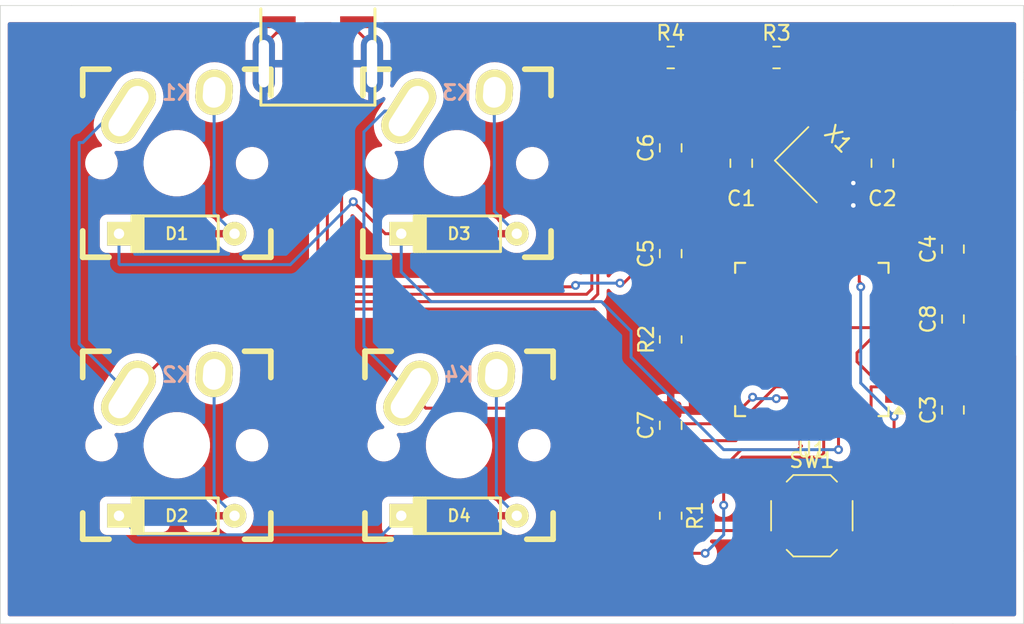
<source format=kicad_pcb>
(kicad_pcb (version 20240108) (generator "pcbnew") (generator_version "8.0")
  (layers (0 "F.Cu" signal) (31 "B.Cu" signal) (34 "B.Paste" user) (35 "F.Paste" user) (36 "B.SilkS" user "B.Silkscreen") (37 "F.SilkS" user "F.Silkscreen") (38 "B.Mask" user) (39 "F.Mask" user) (44 "Edge.Cuts" user))
  (net 0 "")
  (net 1 "Net-(U1-XTAL1)")
  (net 2 "GND")
  (net 3 "Net-(U1-XTAL2)")
  (net 4 "Net-(U1-UCap)")
  (net 5 "Net-(D1-A)")
  (net 6 "Net-(D2-A)")
  (net 7 "Net-(D3-A)")
  (net 8 "Net-(D4-A)")
  (net 10 "Net-(J1-D+)")
  (net 11 "Net-(J1-D-)")
  (net 12 "Net-(U1-~{RESET})")
  (net 13 "VCC")
  (net 14 "Net-(U1-~{HWB{slash}PE2})")
  (net 15 "Net-(U1-D-)")
  (net 16 "Net-(U1-D+)")
  (net 21 "row0")
  (net 23 "row1")
  (net 28 "col0")
  (net 32 "col1")
  (footprint "Capacitor_SMD:C_0805_2012Metric_Pad1.18x1.45mm_HandSolder" (layer "F.Cu") (at 66.675 74.85625 90)
    (property "Reference" "C7" (at 0 -1.68 270) (layer "F.SilkS"))
    (property "Value" "4.7u")
    (fp_line (start -0.261252 -0.735) (end 0.261252 -0.735) (stroke (width 0.12)) (layer "F.SilkS"))
    (fp_line (start -0.261252 0.735) (end 0.261252 0.735) (stroke (width 0.12)) (layer "F.SilkS"))
    (pad "1" smd roundrect (at -1.0375 0 90) (size 1.175 1.45) (layers "F.Cu" "F.Paste" "F.Mask") (roundrect_rratio 0.212766) (net 13 "VCC"))
    (pad "2" smd roundrect (at 1.0375 0 90) (size 1.175 1.45) (layers "F.Cu" "F.Paste" "F.Mask") (roundrect_rratio 0.212766) (net 2 "GND"))
  )
  (footprint "Package_QFP:TQFP-44_10x10mm_P0.8mm" (layer "F.Cu") (at 76.2 69.05625 180)
    (property "Reference" "U1" (at 0 -7.45 180) (layer "F.SilkS"))
    (property "Value" "ATMEGA32U4")
    (fp_line (start 5.175 5.175) (end 5.175 4.5) (stroke (width 0.15)) (layer "F.SilkS"))
    (fp_line (start 5.175 5.175) (end 4.5 5.175) (stroke (width 0.15)) (layer "F.SilkS"))
    (fp_line (start 5.175 -5.175) (end 5.175 -4.5) (stroke (width 0.15)) (layer "F.SilkS"))
    (fp_line (start 5.175 -5.175) (end 4.5 -5.175) (stroke (width 0.15)) (layer "F.SilkS"))
    (fp_line (start -5.175 5.175) (end -4.5 5.175) (stroke (width 0.15)) (layer "F.SilkS"))
    (fp_line (start -5.175 5.175) (end -5.175 4.5) (stroke (width 0.15)) (layer "F.SilkS"))
    (fp_line (start -5.175 -5.175) (end -4.5 -5.175) (stroke (width 0.15)) (layer "F.SilkS"))
    (fp_line (start -5.175 -5.175) (end -5.175 -4.56) (stroke (width 0.15)) (layer "F.SilkS"))
    (fp_poly (pts (xy -5.86 -4.54) (xy -6.2 -5.01) (xy -5.52 -5.01) (xy -5.86 -4.54)) (stroke (width 0.12)) (fill solid) (layer "F.SilkS"))
    (pad "1" smd rect (at -5.7 -4 180) (size 1.5 0.55) (layers "F.Cu" "F.Paste" "F.Mask"))
    (pad "2" smd rect (at -5.7 -3.2 180) (size 1.5 0.55) (layers "F.Cu" "F.Paste" "F.Mask") (net 13 "VCC"))
    (pad "3" smd rect (at -5.7 -2.4 180) (size 1.5 0.55) (layers "F.Cu" "F.Paste" "F.Mask") (net 15 "Net-(U1-D-)"))
    (pad "4" smd rect (at -5.7 -1.6 180) (size 1.5 0.55) (layers "F.Cu" "F.Paste" "F.Mask") (net 16 "Net-(U1-D+)"))
    (pad "5" smd rect (at -5.7 -0.8 180) (size 1.5 0.55) (layers "F.Cu" "F.Paste" "F.Mask") (net 2 "GND"))
    (pad "6" smd rect (at -5.7 0 180) (size 1.5 0.55) (layers "F.Cu" "F.Paste" "F.Mask") (net 4 "Net-(U1-UCap)"))
    (pad "7" smd rect (at -5.7 0.8 180) (size 1.5 0.55) (layers "F.Cu" "F.Paste" "F.Mask") (net 13 "VCC"))
    (pad "8" smd rect (at -5.7 1.6 180) (size 1.5 0.55) (layers "F.Cu" "F.Paste" "F.Mask"))
    (pad "9" smd rect (at -5.7 2.4 180) (size 1.5 0.55) (layers "F.Cu" "F.Paste" "F.Mask"))
    (pad "10" smd rect (at -5.7 3.2 180) (size 1.5 0.55) (layers "F.Cu" "F.Paste" "F.Mask"))
    (pad "11" smd rect (at -5.7 4 180) (size 1.5 0.55) (layers "F.Cu" "F.Paste" "F.Mask"))
    (pad "12" smd rect (at -4 5.7 270) (size 1.5 0.55) (layers "F.Cu" "F.Paste" "F.Mask"))
    (pad "13" smd rect (at -3.2 5.7 270) (size 1.5 0.55) (layers "F.Cu" "F.Paste" "F.Mask") (net 12 "Net-(U1-~{RESET})"))
    (pad "14" smd rect (at -2.4 5.7 270) (size 1.5 0.55) (layers "F.Cu" "F.Paste" "F.Mask") (net 13 "VCC"))
    (pad "15" smd rect (at -1.6 5.7 270) (size 1.5 0.55) (layers "F.Cu" "F.Paste" "F.Mask") (net 2 "GND"))
    (pad "16" smd rect (at -0.8 5.7 270) (size 1.5 0.55) (layers "F.Cu" "F.Paste" "F.Mask") (net 1 "Net-(U1-XTAL1)"))
    (pad "17" smd rect (at 0 5.7 270) (size 1.5 0.55) (layers "F.Cu" "F.Paste" "F.Mask") (net 3 "Net-(U1-XTAL2)"))
    (pad "18" smd rect (at 0.8 5.7 270) (size 1.5 0.55) (layers "F.Cu" "F.Paste" "F.Mask"))
    (pad "19" smd rect (at 1.6 5.7 270) (size 1.5 0.55) (layers "F.Cu" "F.Paste" "F.Mask"))
    (pad "20" smd rect (at 2.4 5.7 270) (size 1.5 0.55) (layers "F.Cu" "F.Paste" "F.Mask"))
    (pad "21" smd rect (at 3.2 5.7 270) (size 1.5 0.55) (layers "F.Cu" "F.Paste" "F.Mask"))
    (pad "22" smd rect (at 4 5.7 270) (size 1.5 0.55) (layers "F.Cu" "F.Paste" "F.Mask"))
    (pad "23" smd rect (at 5.7 4 180) (size 1.5 0.55) (layers "F.Cu" "F.Paste" "F.Mask") (net 2 "GND"))
    (pad "24" smd rect (at 5.7 3.2 180) (size 1.5 0.55) (layers "F.Cu" "F.Paste" "F.Mask") (net 13 "VCC"))
    (pad "25" smd rect (at 5.7 2.4 180) (size 1.5 0.55) (layers "F.Cu" "F.Paste" "F.Mask"))
    (pad "26" smd rect (at 5.7 1.6 180) (size 1.5 0.55) (layers "F.Cu" "F.Paste" "F.Mask"))
    (pad "27" smd rect (at 5.7 0.8 180) (size 1.5 0.55) (layers "F.Cu" "F.Paste" "F.Mask"))
    (pad "28" smd rect (at 5.7 0 180) (size 1.5 0.55) (layers "F.Cu" "F.Paste" "F.Mask"))
    (pad "29" smd rect (at 5.7 -0.8 180) (size 1.5 0.55) (layers "F.Cu" "F.Paste" "F.Mask"))
    (pad "30" smd rect (at 5.7 -1.6 180) (size 1.5 0.55) (layers "F.Cu" "F.Paste" "F.Mask"))
    (pad "31" smd rect (at 5.7 -2.4 180) (size 1.5 0.55) (layers "F.Cu" "F.Paste" "F.Mask"))
    (pad "32" smd rect (at 5.7 -3.2 180) (size 1.5 0.55) (layers "F.Cu" "F.Paste" "F.Mask"))
    (pad "33" smd rect (at 5.7 -4 180) (size 1.5 0.55) (layers "F.Cu" "F.Paste" "F.Mask") (net 14 "Net-(U1-~{HWB{slash}PE2})"))
    (pad "34" smd rect (at 4 -5.7 270) (size 1.5 0.55) (layers "F.Cu" "F.Paste" "F.Mask") (net 13 "VCC"))
    (pad "35" smd rect (at 3.2 -5.7 270) (size 1.5 0.55) (layers "F.Cu" "F.Paste" "F.Mask") (net 2 "GND"))
    (pad "36" smd rect (at 2.4 -5.7 270) (size 1.5 0.55) (layers "F.Cu" "F.Paste" "F.Mask"))
    (pad "37" smd rect (at 1.6 -5.7 270) (size 1.5 0.55) (layers "F.Cu" "F.Paste" "F.Mask"))
    (pad "38" smd rect (at 0.8 -5.7 270) (size 1.5 0.55) (layers "F.Cu" "F.Paste" "F.Mask") (net 32 "col1"))
    (pad "39" smd rect (at 0 -5.7 270) (size 1.5 0.55) (layers "F.Cu" "F.Paste" "F.Mask") (net 28 "col0"))
    (pad "40" smd rect (at -0.8 -5.7 270) (size 1.5 0.55) (layers "F.Cu" "F.Paste" "F.Mask") (net 23 "row1"))
    (pad "41" smd rect (at -1.6 -5.7 270) (size 1.5 0.55) (layers "F.Cu" "F.Paste" "F.Mask") (net 21 "row0"))
    (pad "42" smd rect (at -2.4 -5.7 270) (size 1.5 0.55) (layers "F.Cu" "F.Paste" "F.Mask"))
    (pad "43" smd rect (at -3.2 -5.7 270) (size 1.5 0.55) (layers "F.Cu" "F.Paste" "F.Mask") (net 2 "GND"))
    (pad "44" smd rect (at -4 -5.7 270) (size 1.5 0.55) (layers "F.Cu" "F.Paste" "F.Mask") (net 13 "VCC"))
  )
  (footprint "Capacitor_SMD:C_0805_2012Metric_Pad1.18x1.45mm_HandSolder" (layer "F.Cu") (at 66.675 56.1125 90)
    (property "Reference" "C6" (at 0 -1.68 270) (layer "F.SilkS"))
    (property "Value" "0.1u")
    (fp_line (start -0.261252 -0.735) (end 0.261252 -0.735) (stroke (width 0.12)) (layer "F.SilkS"))
    (fp_line (start -0.261252 0.735) (end 0.261252 0.735) (stroke (width 0.12)) (layer "F.SilkS"))
    (pad "1" smd roundrect (at -1.0375 0 90) (size 1.175 1.45) (layers "F.Cu" "F.Paste" "F.Mask") (roundrect_rratio 0.212766) (net 13 "VCC"))
    (pad "2" smd roundrect (at 1.0375 0 90) (size 1.175 1.45) (layers "F.Cu" "F.Paste" "F.Mask") (roundrect_rratio 0.212766) (net 2 "GND"))
  )
  (footprint "keyboard_parts:USB_miniB_hirose_5S8" (layer "F.Cu") (at 42.8625 52.825 180)
    (property "Reference" "J1" (hide yes))
    (property "Value" "USB_mini_micro_B" (hide yes))
    (fp_line (start 3.85 -0.4) (end 3.85 6.1) (stroke (width 0.2)) (layer "F.SilkS"))
    (fp_line (start -3.85 -0.4) (end 3.85 -0.4) (stroke (width 0.2)) (layer "F.SilkS"))
    (fp_line (start -3.85 -0.4) (end -3.85 6.1) (stroke (width 0.2)) (layer "F.SilkS"))
    (pad "1" smd rect (at -1.6 0 180) (size 0.5 1.4) (layers "F.Cu" "F.Paste" "F.Mask") (net 13 "VCC"))
    (pad "2" smd rect (at -0.8 0 180) (size 0.5 1.4) (layers "F.Cu" "F.Paste" "F.Mask") (net 11 "Net-(J1-D-)"))
    (pad "3" smd rect (at 0 0 180) (size 0.5 1.4) (layers "F.Cu" "F.Paste" "F.Mask") (net 10 "Net-(J1-D+)"))
    (pad "4" smd rect (at 0.8 0 180) (size 0.5 1.4) (layers "F.Cu" "F.Paste" "F.Mask"))
    (pad "5" smd rect (at 1.6 0 180) (size 0.5 1.4) (layers "F.Cu" "F.Paste" "F.Mask") (net 2 "GND"))
    (pad "6" thru_hole oval (at -3.65 2.4 180) (size 1.5 4) (drill oval 0.7 3.2) (layers "*.Cu" "*.Mask" "F.Paste") (net 2 "GND"))
    (pad "6" smd rect (at -2.675 5.2 180) (size 2.35 0.8) (layers "F.Cu" "F.Paste" "F.Mask") (net 2 "GND"))
    (pad "6" smd rect (at 2.675 5.2 180) (size 2.35 0.8) (layers "F.Cu" "F.Paste" "F.Mask") (net 2 "GND"))
    (pad "6" thru_hole oval (at 3.65 2.4 180) (size 1.5 4) (drill oval 0.7 3.2) (layers "*.Cu" "*.Mask" "F.Paste") (net 2 "GND"))
  )
  (footprint "Capacitor_SMD:C_0805_2012Metric_Pad1.18x1.45mm_HandSolder" (layer "F.Cu") (at 85.725 67.675 90)
    (property "Reference" "C8" (at 0 -1.68 -90) (layer "F.SilkS"))
    (property "Value" "1u")
    (fp_line (start -0.261252 -0.735) (end 0.261252 -0.735) (stroke (width 0.12)) (layer "F.SilkS"))
    (fp_line (start -0.261252 0.735) (end 0.261252 0.735) (stroke (width 0.12)) (layer "F.SilkS"))
    (pad "1" smd roundrect (at -1.0375 0 90) (size 1.175 1.45) (layers "F.Cu" "F.Paste" "F.Mask") (roundrect_rratio 0.212766) (net 4 "Net-(U1-UCap)"))
    (pad "2" smd roundrect (at 1.0375 0 90) (size 1.175 1.45) (layers "F.Cu" "F.Paste" "F.Mask") (roundrect_rratio 0.212766) (net 2 "GND"))
  )
  (footprint "Capacitor_SMD:C_0805_2012Metric_Pad1.18x1.45mm_HandSolder" (layer "F.Cu") (at 71.4375 57.15 -90)
    (property "Reference" "C1" (at 2.38125 0 180) (layer "F.SilkS"))
    (property "Value" "22p")
    (fp_line (start -0.261252 0.735) (end 0.261252 0.735) (stroke (width 0.12)) (layer "F.SilkS"))
    (fp_line (start -0.261252 -0.735) (end 0.261252 -0.735) (stroke (width 0.12)) (layer "F.SilkS"))
    (pad "1" smd roundrect (at -1.0375 0 270) (size 1.175 1.45) (layers "F.Cu" "F.Paste" "F.Mask") (roundrect_rratio 0.212766) (net 2 "GND"))
    (pad "2" smd roundrect (at 1.0375 0 270) (size 1.175 1.45) (layers "F.Cu" "F.Paste" "F.Mask") (roundrect_rratio 0.212766) (net 3 "Net-(U1-XTAL2)"))
  )
  (footprint "Crystal:Crystal_SMD_SeikoEpson_FA238-4Pin_3.2x2.5mm" (layer "F.Cu") (at 76.25 57.25 -45)
    (property "Reference" "X1" (at 0 -2.450001 135) (layer "F.SilkS"))
    (property "Value" "XTAL_GND")
    (fp_line (start -2 1.6) (end 2 1.6) (stroke (width 0.12)) (layer "F.SilkS"))
    (fp_line (start -2 -1.6) (end -2 1.6) (stroke (width 0.12)) (layer "F.SilkS"))
    (pad "1" smd rect (at -1.1 0.8 315) (size 1.4 1.2) (layers "F.Cu" "F.Paste" "F.Mask") (net 3 "Net-(U1-XTAL2)"))
    (pad "2" smd rect (at 1.1 0.8 315) (size 1.4 1.2) (layers "F.Cu" "F.Paste" "F.Mask") (net 1 "Net-(U1-XTAL1)"))
    (pad "3" smd rect (at 1.1 -0.8 315) (size 1.4 1.2) (layers "F.Cu" "F.Paste" "F.Mask") (net 2 "GND"))
    (pad "4" smd rect (at -1.1 -0.8 315) (size 1.4 1.2) (layers "F.Cu" "F.Paste" "F.Mask"))
  )
  (footprint "keyboard_parts:D_SOD123_axial" (layer "F.Cu") (at 52.3875 61.9125)
    (property "Reference" "D3" (at 0 0 0) (layer "F.SilkS") (effects (font (size 0.8 0.8))))
    (property "Value" "D" (hide yes))
    (fp_line (start -3.025 1.2) (end -3.025 -1.2) (stroke (width 0.2)) (layer "F.SilkS"))
    (fp_line (start -3 -1.2) (end 2.8 -1.2) (stroke (width 0.2)) (layer "F.SilkS"))
    (fp_line (start -2.925 -1.2) (end -2.925 1.2) (stroke (width 0.2)) (layer "F.SilkS"))
    (fp_line (start -2.8 -1.2) (end -2.8 1.2) (stroke (width 0.2)) (layer "F.SilkS"))
    (fp_line (start -2.625 -1.2) (end -2.625 1.2) (stroke (width 0.2)) (layer "F.SilkS"))
    (fp_line (start -2.45 -1.2) (end -2.45 1.2) (stroke (width 0.2)) (layer "F.SilkS"))
    (fp_line (start -2.275 -1.2) (end -2.275 1.2) (stroke (width 0.2)) (layer "F.SilkS"))
    (fp_line (start 2.8 -1.2) (end 2.8 1.2) (stroke (width 0.2)) (layer "F.SilkS"))
    (fp_line (start 2.8 1.2) (end -3 1.2) (stroke (width 0.2)) (layer "F.SilkS"))
    (pad "1" thru_hole rect (at -3.9 0) (size 1.6 1.6) (drill 0.7) (layers "*.Cu" "*.Mask" "F.SilkS") (net 21 "row0"))
    (pad "1" smd rect (at -2.7 0) (size 2.5 0.5) (layers "F.Cu") (net 21 "row0"))
    (pad "1" smd rect (at -1.575 0) (size 1.2 1.2) (layers "F.Cu" "F.Paste" "F.Mask") (net 21 "row0"))
    (pad "2" smd rect (at 1.575 0) (size 1.2 1.2) (layers "F.Cu" "F.Paste" "F.Mask") (net 7 "Net-(D3-A)"))
    (pad "2" smd rect (at 2.7 0) (size 2.5 0.5) (layers "F.Cu") (net 7 "Net-(D3-A)"))
    (pad "2" thru_hole circle (at 3.9 0) (size 1.6 1.6) (drill 0.7) (layers "*.Cu" "*.Mask" "F.SilkS") (net 7 "Net-(D3-A)"))
  )
  (footprint "Capacitor_SMD:C_0805_2012Metric_Pad1.18x1.45mm_HandSolder" (layer "F.Cu") (at 66.675 63.25625 90)
    (property "Reference" "C5" (at 0 -1.68 270) (layer "F.SilkS"))
    (property "Value" "0.1u")
    (fp_line (start -0.261252 -0.735) (end 0.261252 -0.735) (stroke (width 0.12)) (layer "F.SilkS"))
    (fp_line (start -0.261252 0.735) (end 0.261252 0.735) (stroke (width 0.12)) (layer "F.SilkS"))
    (pad "1" smd roundrect (at -1.0375 0 90) (size 1.175 1.45) (layers "F.Cu" "F.Paste" "F.Mask") (roundrect_rratio 0.212766) (net 13 "VCC"))
    (pad "2" smd roundrect (at 1.0375 0 90) (size 1.175 1.45) (layers "F.Cu" "F.Paste" "F.Mask") (roundrect_rratio 0.212766) (net 2 "GND"))
  )
  (footprint "keebs:Mx_Alps_100" (layer "F.Cu") (at 33.3375 76.2)
    (property "Reference" "K2" (at 0 -4.7625 0) (layer "B.SilkS") (effects (font (thickness 0.2)) (justify mirror)))
    (property "Value" "KEYSW" (hide yes))
    (fp_line (start -6.35 -6.35) (end -4.572 -6.35) (stroke (width 0.381)) (layer "F.SilkS"))
    (fp_line (start -6.35 -4.572) (end -6.35 -6.35) (stroke (width 0.381)) (layer "F.SilkS"))
    (fp_line (start -6.35 6.35) (end -6.35 4.572) (stroke (width 0.381)) (layer "F.SilkS"))
    (fp_line (start -4.572 6.35) (end -6.35 6.35) (stroke (width 0.381)) (layer "F.SilkS"))
    (fp_line (start 4.572 -6.35) (end 6.35 -6.35) (stroke (width 0.381)) (layer "F.SilkS"))
    (fp_line (start 6.35 -6.35) (end 6.35 -4.572) (stroke (width 0.381)) (layer "F.SilkS"))
    (fp_line (start 6.35 4.572) (end 6.35 6.35) (stroke (width 0.381)) (layer "F.SilkS"))
    (fp_line (start 6.35 6.35) (end 4.572 6.35) (stroke (width 0.381)) (layer "F.SilkS"))
    (pad "" np_thru_hole circle (at -5.08 0) (size 1.7018 1.7018) (drill 1.7018) (layers "*.Cu" "*.Mask"))
    (pad "" np_thru_hole circle (at 0 0) (size 3.9878 3.9878) (drill 3.9878) (layers "*.Cu" "*.Mask"))
    (pad "" np_thru_hole circle (at 5.08 0) (size 1.7018 1.7018) (drill 1.7018) (layers "*.Cu" "*.Mask"))
    (pad "1" thru_hole oval (at -3.255 -3.52 327.5) (size 2.5 4.75) (drill oval 1.5 3.75) (layers "*.Cu" "*.Mask" "F.SilkS") (net 28 "col0"))
    (pad "2" thru_hole oval (at 2.52 -4.79 356.1) (size 2.5 3.08) (drill oval 1.5 2.08) (layers "*.Cu" "*.Mask" "F.SilkS") (net 6 "Net-(D2-A)"))
  )
  (footprint "Capacitor_SMD:C_0805_2012Metric_Pad1.18x1.45mm_HandSolder" (layer "F.Cu") (at 85.725 73.81875 90)
    (property "Reference" "C3" (at 0 -1.68 270) (layer "F.SilkS"))
    (property "Value" "0.1u")
    (fp_line (start -0.261252 -0.735) (end 0.261252 -0.735) (stroke (width 0.12)) (layer "F.SilkS"))
    (fp_line (start -0.261252 0.735) (end 0.261252 0.735) (stroke (width 0.12)) (layer "F.SilkS"))
    (pad "1" smd roundrect (at -1.0375 0 90) (size 1.175 1.45) (layers "F.Cu" "F.Paste" "F.Mask") (roundrect_rratio 0.212766) (net 13 "VCC"))
    (pad "2" smd roundrect (at 1.0375 0 90) (size 1.175 1.45) (layers "F.Cu" "F.Paste" "F.Mask") (roundrect_rratio 0.212766) (net 2 "GND"))
  )
  (footprint "keyboard_parts:D_SOD123_axial" (layer "F.Cu") (at 52.3875 80.9625)
    (property "Reference" "D4" (at 0 0 0) (layer "F.SilkS") (effects (font (size 0.8 0.8))))
    (property "Value" "D" (hide yes))
    (fp_line (start -3.025 1.2) (end -3.025 -1.2) (stroke (width 0.2)) (layer "F.SilkS"))
    (fp_line (start -3 -1.2) (end 2.8 -1.2) (stroke (width 0.2)) (layer "F.SilkS"))
    (fp_line (start -2.925 -1.2) (end -2.925 1.2) (stroke (width 0.2)) (layer "F.SilkS"))
    (fp_line (start -2.8 -1.2) (end -2.8 1.2) (stroke (width 0.2)) (layer "F.SilkS"))
    (fp_line (start -2.625 -1.2) (end -2.625 1.2) (stroke (width 0.2)) (layer "F.SilkS"))
    (fp_line (start -2.45 -1.2) (end -2.45 1.2) (stroke (width 0.2)) (layer "F.SilkS"))
    (fp_line (start -2.275 -1.2) (end -2.275 1.2) (stroke (width 0.2)) (layer "F.SilkS"))
    (fp_line (start 2.8 -1.2) (end 2.8 1.2) (stroke (width 0.2)) (layer "F.SilkS"))
    (fp_line (start 2.8 1.2) (end -3 1.2) (stroke (width 0.2)) (layer "F.SilkS"))
    (pad "1" thru_hole rect (at -3.9 0) (size 1.6 1.6) (drill 0.7) (layers "*.Cu" "*.Mask" "F.SilkS") (net 23 "row1"))
    (pad "1" smd rect (at -2.7 0) (size 2.5 0.5) (layers "F.Cu") (net 23 "row1"))
    (pad "1" smd rect (at -1.575 0) (size 1.2 1.2) (layers "F.Cu" "F.Paste" "F.Mask") (net 23 "row1"))
    (pad "2" smd rect (at 1.575 0) (size 1.2 1.2) (layers "F.Cu" "F.Paste" "F.Mask") (net 8 "Net-(D4-A)"))
    (pad "2" smd rect (at 2.7 0) (size 2.5 0.5) (layers "F.Cu") (net 8 "Net-(D4-A)"))
    (pad "2" thru_hole circle (at 3.9 0) (size 1.6 1.6) (drill 0.7) (layers "*.Cu" "*.Mask" "F.SilkS") (net 8 "Net-(D4-A)"))
  )
  (footprint "Capacitor_SMD:C_0805_2012Metric_Pad1.18x1.45mm_HandSolder" (layer "F.Cu") (at 85.725 62.95 90)
    (property "Reference" "C4" (at 0 -1.68 270) (layer "F.SilkS"))
    (property "Value" "0.1u")
    (fp_line (start -0.261252 -0.735) (end 0.261252 -0.735) (stroke (width 0.12)) (layer "F.SilkS"))
    (fp_line (start -0.261252 0.735) (end 0.261252 0.735) (stroke (width 0.12)) (layer "F.SilkS"))
    (pad "1" smd roundrect (at -1.0375 0 90) (size 1.175 1.45) (layers "F.Cu" "F.Paste" "F.Mask") (roundrect_rratio 0.212766) (net 13 "VCC"))
    (pad "2" smd roundrect (at 1.0375 0 90) (size 1.175 1.45) (layers "F.Cu" "F.Paste" "F.Mask") (roundrect_rratio 0.212766) (net 2 "GND"))
  )
  (footprint "keebs:Mx_Alps_100" (layer "F.Cu") (at 33.3375 57.15)
    (property "Reference" "K1" (at 0 -4.7625 0) (layer "B.SilkS") (effects (font (thickness 0.2)) (justify mirror)))
    (property "Value" "KEYSW" (hide yes))
    (fp_line (start -6.35 -6.35) (end -4.572 -6.35) (stroke (width 0.381)) (layer "F.SilkS"))
    (fp_line (start -6.35 -4.572) (end -6.35 -6.35) (stroke (width 0.381)) (layer "F.SilkS"))
    (fp_line (start -6.35 6.35) (end -6.35 4.572) (stroke (width 0.381)) (layer "F.SilkS"))
    (fp_line (start -4.572 6.35) (end -6.35 6.35) (stroke (width 0.381)) (layer "F.SilkS"))
    (fp_line (start 4.572 -6.35) (end 6.35 -6.35) (stroke (width 0.381)) (layer "F.SilkS"))
    (fp_line (start 6.35 -6.35) (end 6.35 -4.572) (stroke (width 0.381)) (layer "F.SilkS"))
    (fp_line (start 6.35 4.572) (end 6.35 6.35) (stroke (width 0.381)) (layer "F.SilkS"))
    (fp_line (start 6.35 6.35) (end 4.572 6.35) (stroke (width 0.381)) (layer "F.SilkS"))
    (pad "" np_thru_hole circle (at -5.08 0) (size 1.7018 1.7018) (drill 1.7018) (layers "*.Cu" "*.Mask"))
    (pad "" np_thru_hole circle (at 0 0) (size 3.9878 3.9878) (drill 3.9878) (layers "*.Cu" "*.Mask"))
    (pad "" np_thru_hole circle (at 5.08 0) (size 1.7018 1.7018) (drill 1.7018) (layers "*.Cu" "*.Mask"))
    (pad "1" thru_hole oval (at -3.255 -3.52 327.5) (size 2.5 4.75) (drill oval 1.5 3.75) (layers "*.Cu" "*.Mask" "F.SilkS") (net 28 "col0"))
    (pad "2" thru_hole oval (at 2.52 -4.79 356.1) (size 2.5 3.08) (drill oval 1.5 2.08) (layers "*.Cu" "*.Mask" "F.SilkS") (net 5 "Net-(D1-A)"))
  )
  (footprint "Capacitor_SMD:C_0805_2012Metric_Pad1.18x1.45mm_HandSolder" (layer "F.Cu") (at 80.9625 57.15 -90)
    (property "Reference" "C2" (at 2.38125 0 180) (layer "F.SilkS"))
    (property "Value" "22p")
    (fp_line (start -0.261252 0.735) (end 0.261252 0.735) (stroke (width 0.12)) (layer "F.SilkS"))
    (fp_line (start -0.261252 -0.735) (end 0.261252 -0.735) (stroke (width 0.12)) (layer "F.SilkS"))
    (pad "1" smd roundrect (at -1.0375 0 270) (size 1.175 1.45) (layers "F.Cu" "F.Paste" "F.Mask") (roundrect_rratio 0.212766) (net 2 "GND"))
    (pad "2" smd roundrect (at 1.0375 0 270) (size 1.175 1.45) (layers "F.Cu" "F.Paste" "F.Mask") (roundrect_rratio 0.212766) (net 1 "Net-(U1-XTAL1)"))
  )
  (footprint "Resistor_SMD:R_0805_2012Metric_Pad1.20x1.40mm_HandSolder" (layer "F.Cu") (at 66.675 69.05625 90)
    (property "Reference" "R2" (at 0 -1.65 -90) (layer "F.SilkS"))
    (property "Value" "10k")
    (fp_line (start -0.227064 -0.735) (end 0.227064 -0.735) (stroke (width 0.12)) (layer "F.SilkS"))
    (fp_line (start -0.227064 0.735) (end 0.227064 0.735) (stroke (width 0.12)) (layer "F.SilkS"))
    (pad "1" smd roundrect (at -1 0 90) (size 1.2 1.4) (layers "F.Cu" "F.Paste" "F.Mask") (roundrect_rratio 0.208333) (net 14 "Net-(U1-~{HWB{slash}PE2})"))
    (pad "2" smd roundrect (at 1 0 90) (size 1.2 1.4) (layers "F.Cu" "F.Paste" "F.Mask") (roundrect_rratio 0.208333) (net 2 "GND"))
  )
  (footprint "Button_Switch_SMD:SW_SPST_TL3342" (layer "F.Cu") (at 76.2 80.9625)
    (property "Reference" "SW1" (at 0 -3.75 0) (layer "F.SilkS"))
    (property "Value" "SW_PUSH")
    (fp_line (start -2.75 -1) (end -2.75 1) (stroke (width 0.12)) (layer "F.SilkS"))
    (fp_line (start -1.7 -2.3) (end -1.25 -2.75) (stroke (width 0.12)) (layer "F.SilkS"))
    (fp_line (start -1.7 2.3) (end -1.25 2.75) (stroke (width 0.12)) (layer "F.SilkS"))
    (fp_line (start -1.25 -2.75) (end 1.25 -2.75) (stroke (width 0.12)) (layer "F.SilkS"))
    (fp_line (start -1.25 2.75) (end 1.25 2.75) (stroke (width 0.12)) (layer "F.SilkS"))
    (fp_line (start 1.7 -2.3) (end 1.25 -2.75) (stroke (width 0.12)) (layer "F.SilkS"))
    (fp_line (start 1.7 2.3) (end 1.25 2.75) (stroke (width 0.12)) (layer "F.SilkS"))
    (fp_line (start 2.75 -1) (end 2.75 1) (stroke (width 0.12)) (layer "F.SilkS"))
    (pad "1" smd rect (at -3.15 -1.9) (size 1.7 1) (layers "F.Cu" "F.Paste" "F.Mask") (net 2 "GND"))
    (pad "1" smd rect (at 3.15 -1.9) (size 1.7 1) (layers "F.Cu" "F.Paste" "F.Mask") (net 2 "GND"))
    (pad "2" smd rect (at -3.15 1.9) (size 1.7 1) (layers "F.Cu" "F.Paste" "F.Mask") (net 12 "Net-(U1-~{RESET})"))
    (pad "2" smd rect (at 3.15 1.9) (size 1.7 1) (layers "F.Cu" "F.Paste" "F.Mask") (net 12 "Net-(U1-~{RESET})"))
  )
  (footprint "keyboard_parts:D_SOD123_axial" (layer "F.Cu") (at 33.3375 61.9125)
    (property "Reference" "D1" (at 0 0 0) (layer "F.SilkS") (effects (font (size 0.8 0.8))))
    (property "Value" "D" (hide yes))
    (fp_line (start -3.025 1.2) (end -3.025 -1.2) (stroke (width 0.2)) (layer "F.SilkS"))
    (fp_line (start -3 -1.2) (end 2.8 -1.2) (stroke (width 0.2)) (layer "F.SilkS"))
    (fp_line (start -2.925 -1.2) (end -2.925 1.2) (stroke (width 0.2)) (layer "F.SilkS"))
    (fp_line (start -2.8 -1.2) (end -2.8 1.2) (stroke (width 0.2)) (layer "F.SilkS"))
    (fp_line (start -2.625 -1.2) (end -2.625 1.2) (stroke (width 0.2)) (layer "F.SilkS"))
    (fp_line (start -2.45 -1.2) (end -2.45 1.2) (stroke (width 0.2)) (layer "F.SilkS"))
    (fp_line (start -2.275 -1.2) (end -2.275 1.2) (stroke (width 0.2)) (layer "F.SilkS"))
    (fp_line (start 2.8 -1.2) (end 2.8 1.2) (stroke (width 0.2)) (layer "F.SilkS"))
    (fp_line (start 2.8 1.2) (end -3 1.2) (stroke (width 0.2)) (layer "F.SilkS"))
    (pad "1" thru_hole rect (at -3.9 0) (size 1.6 1.6) (drill 0.7) (layers "*.Cu" "*.Mask" "F.SilkS") (net 21 "row0"))
    (pad "1" smd rect (at -2.7 0) (size 2.5 0.5) (layers "F.Cu") (net 21 "row0"))
    (pad "1" smd rect (at -1.575 0) (size 1.2 1.2) (layers "F.Cu" "F.Paste" "F.Mask") (net 21 "row0"))
    (pad "2" smd rect (at 1.575 0) (size 1.2 1.2) (layers "F.Cu" "F.Paste" "F.Mask") (net 5 "Net-(D1-A)"))
    (pad "2" smd rect (at 2.7 0) (size 2.5 0.5) (layers "F.Cu") (net 5 "Net-(D1-A)"))
    (pad "2" thru_hole circle (at 3.9 0) (size 1.6 1.6) (drill 0.7) (layers "*.Cu" "*.Mask" "F.SilkS") (net 5 "Net-(D1-A)"))
  )
  (footprint "keebs:Mx_Alps_100" (layer "F.Cu") (at 52.3875 76.2)
    (property "Reference" "K4" (at 0 -4.7625 0) (layer "B.SilkS") (effects (font (thickness 0.2)) (justify mirror)))
    (property "Value" "KEYSW" (hide yes))
    (fp_line (start -6.35 -6.35) (end -4.572 -6.35) (stroke (width 0.381)) (layer "F.SilkS"))
    (fp_line (start -6.35 -4.572) (end -6.35 -6.35) (stroke (width 0.381)) (layer "F.SilkS"))
    (fp_line (start -6.35 6.35) (end -6.35 4.572) (stroke (width 0.381)) (layer "F.SilkS"))
    (fp_line (start -4.572 6.35) (end -6.35 6.35) (stroke (width 0.381)) (layer "F.SilkS"))
    (fp_line (start 4.572 -6.35) (end 6.35 -6.35) (stroke (width 0.381)) (layer "F.SilkS"))
    (fp_line (start 6.35 -6.35) (end 6.35 -4.572) (stroke (width 0.381)) (layer "F.SilkS"))
    (fp_line (start 6.35 4.572) (end 6.35 6.35) (stroke (width 0.381)) (layer "F.SilkS"))
    (fp_line (start 6.35 6.35) (end 4.572 6.35) (stroke (width 0.381)) (layer "F.SilkS"))
    (pad "" np_thru_hole circle (at -5.08 0) (size 1.7018 1.7018) (drill 1.7018) (layers "*.Cu" "*.Mask"))
    (pad "" np_thru_hole circle (at 0 0) (size 3.9878 3.9878) (drill 3.9878) (layers "*.Cu" "*.Mask"))
    (pad "" np_thru_hole circle (at 5.08 0) (size 1.7018 1.7018) (drill 1.7018) (layers "*.Cu" "*.Mask"))
    (pad "1" thru_hole oval (at -3.255 -3.52 327.5) (size 2.5 4.75) (drill oval 1.5 3.75) (layers "*.Cu" "*.Mask" "F.SilkS") (net 32 "col1"))
    (pad "2" thru_hole oval (at 2.52 -4.79 356.1) (size 2.5 3.08) (drill oval 1.5 2.08) (layers "*.Cu" "*.Mask" "F.SilkS") (net 8 "Net-(D4-A)"))
  )
  (footprint "keebs:Mx_Alps_100" (layer "F.Cu") (at 52.24875 57.15)
    (property "Reference" "K3" (at 0 -4.7625 0) (layer "B.SilkS") (effects (font (thickness 0.2)) (justify mirror)))
    (property "Value" "KEYSW" (hide yes))
    (fp_line (start -6.35 -6.35) (end -4.572 -6.35) (stroke (width 0.381)) (layer "F.SilkS"))
    (fp_line (start -6.35 -4.572) (end -6.35 -6.35) (stroke (width 0.381)) (layer "F.SilkS"))
    (fp_line (start -6.35 6.35) (end -6.35 4.572) (stroke (width 0.381)) (layer "F.SilkS"))
    (fp_line (start -4.572 6.35) (end -6.35 6.35) (stroke (width 0.381)) (layer "F.SilkS"))
    (fp_line (start 4.572 -6.35) (end 6.35 -6.35) (stroke (width 0.381)) (layer "F.SilkS"))
    (fp_line (start 6.35 -6.35) (end 6.35 -4.572) (stroke (width 0.381)) (layer "F.SilkS"))
    (fp_line (start 6.35 4.572) (end 6.35 6.35) (stroke (width 0.381)) (layer "F.SilkS"))
    (fp_line (start 6.35 6.35) (end 4.572 6.35) (stroke (width 0.381)) (layer "F.SilkS"))
    (pad "" np_thru_hole circle (at -5.08 0) (size 1.7018 1.7018) (drill 1.7018) (layers "*.Cu" "*.Mask"))
    (pad "" np_thru_hole circle (at 0 0) (size 3.9878 3.9878) (drill 3.9878) (layers "*.Cu" "*.Mask"))
    (pad "" np_thru_hole circle (at 5.08 0) (size 1.7018 1.7018) (drill 1.7018) (layers "*.Cu" "*.Mask"))
    (pad "1" thru_hole oval (at -3.255 -3.52 327.5) (size 2.5 4.75) (drill oval 1.5 3.75) (layers "*.Cu" "*.Mask" "F.SilkS") (net 32 "col1"))
    (pad "2" thru_hole oval (at 2.52 -4.79 356.1) (size 2.5 3.08) (drill oval 1.5 2.08) (layers "*.Cu" "*.Mask" "F.SilkS") (net 7 "Net-(D3-A)"))
  )
  (footprint "Resistor_SMD:R_0805_2012Metric_Pad1.20x1.40mm_HandSolder" (layer "F.Cu") (at 66.675 50.00625)
    (property "Reference" "R4" (at 0 -1.65 0) (layer "F.SilkS"))
    (property "Value" "22")
    (fp_line (start -0.227064 -0.735) (end 0.227064 -0.735) (stroke (width 0.12)) (layer "F.SilkS"))
    (fp_line (start -0.227064 0.735) (end 0.227064 0.735) (stroke (width 0.12)) (layer "F.SilkS"))
    (pad "1" smd roundrect (at -1 0) (size 1.2 1.4) (layers "F.Cu" "F.Paste" "F.Mask") (roundrect_rratio 0.208333) (net 10 "Net-(J1-D+)"))
    (pad "2" smd roundrect (at 1 0) (size 1.2 1.4) (layers "F.Cu" "F.Paste" "F.Mask") (roundrect_rratio 0.208333) (net 16 "Net-(U1-D+)"))
  )
  (footprint "Resistor_SMD:R_0805_2012Metric_Pad1.20x1.40mm_HandSolder" (layer "F.Cu") (at 66.675 80.9625 -90)
    (property "Reference" "R1" (at 0 -1.65 90) (layer "F.SilkS"))
    (property "Value" "10k")
    (fp_line (start -0.227064 0.735) (end 0.227064 0.735) (stroke (width 0.12)) (layer "F.SilkS"))
    (fp_line (start -0.227064 -0.735) (end 0.227064 -0.735) (stroke (width 0.12)) (layer "F.SilkS"))
    (pad "1" smd roundrect (at -1 0 270) (size 1.2 1.4) (layers "F.Cu" "F.Paste" "F.Mask") (roundrect_rratio 0.208333) (net 13 "VCC"))
    (pad "2" smd roundrect (at 1 0 270) (size 1.2 1.4) (layers "F.Cu" "F.Paste" "F.Mask") (roundrect_rratio 0.208333) (net 12 "Net-(U1-~{RESET})"))
  )
  (footprint "Resistor_SMD:R_0805_2012Metric_Pad1.20x1.40mm_HandSolder" (layer "F.Cu") (at 73.81875 50.00625)
    (property "Reference" "R3" (at 0 -1.65 0) (layer "F.SilkS"))
    (property "Value" "22")
    (fp_line (start -0.227064 -0.735) (end 0.227064 -0.735) (stroke (width 0.12)) (layer "F.SilkS"))
    (fp_line (start -0.227064 0.735) (end 0.227064 0.735) (stroke (width 0.12)) (layer "F.SilkS"))
    (pad "1" smd roundrect (at -1 0) (size 1.2 1.4) (layers "F.Cu" "F.Paste" "F.Mask") (roundrect_rratio 0.208333) (net 11 "Net-(J1-D-)"))
    (pad "2" smd roundrect (at 1 0) (size 1.2 1.4) (layers "F.Cu" "F.Paste" "F.Mask") (roundrect_rratio 0.208333) (net 15 "Net-(U1-D-)"))
  )
  (footprint "keyboard_parts:D_SOD123_axial" (layer "F.Cu") (at 33.3375 80.9625)
    (property "Reference" "D2" (at 0 0 0) (layer "F.SilkS") (effects (font (size 0.8 0.8))))
    (property "Value" "D" (hide yes))
    (fp_line (start -3.025 1.2) (end -3.025 -1.2) (stroke (width 0.2)) (layer "F.SilkS"))
    (fp_line (start -3 -1.2) (end 2.8 -1.2) (stroke (width 0.2)) (layer "F.SilkS"))
    (fp_line (start -2.925 -1.2) (end -2.925 1.2) (stroke (width 0.2)) (layer "F.SilkS"))
    (fp_line (start -2.8 -1.2) (end -2.8 1.2) (stroke (width 0.2)) (layer "F.SilkS"))
    (fp_line (start -2.625 -1.2) (end -2.625 1.2) (stroke (width 0.2)) (layer "F.SilkS"))
    (fp_line (start -2.45 -1.2) (end -2.45 1.2) (stroke (width 0.2)) (layer "F.SilkS"))
    (fp_line (start -2.275 -1.2) (end -2.275 1.2) (stroke (width 0.2)) (layer "F.SilkS"))
    (fp_line (start 2.8 -1.2) (end 2.8 1.2) (stroke (width 0.2)) (layer "F.SilkS"))
    (fp_line (start 2.8 1.2) (end -3 1.2) (stroke (width 0.2)) (layer "F.SilkS"))
    (pad "1" thru_hole rect (at -3.9 0) (size 1.6 1.6) (drill 0.7) (layers "*.Cu" "*.Mask" "F.SilkS") (net 23 "row1"))
    (pad "1" smd rect (at -2.7 0) (size 2.5 0.5) (layers "F.Cu") (net 23 "row1"))
    (pad "1" smd rect (at -1.575 0) (size 1.2 1.2) (layers "F.Cu" "F.Paste" "F.Mask") (net 23 "row1"))
    (pad "2" smd rect (at 1.575 0) (size 1.2 1.2) (layers "F.Cu" "F.Paste" "F.Mask") (net 6 "Net-(D2-A)"))
    (pad "2" smd rect (at 2.7 0) (size 2.5 0.5) (layers "F.Cu") (net 6 "Net-(D2-A)"))
    (pad "2" thru_hole circle (at 3.9 0) (size 1.6 1.6) (drill 0.7) (layers "*.Cu" "*.Mask" "F.SilkS") (net 6 "Net-(D2-A)"))
  )
  (gr_line (start 90.4875 51.0125) (end 90.4875 46.5) (stroke (width 0.05)) (layer "Edge.Cuts"))
  (gr_line (start 85.75 46.5) (end 26.21875 46.5) (stroke (width 0.05)) (layer "Edge.Cuts"))
  (gr_line (start 90.4875 88.25) (end 90.4875 83.34375) (stroke (width 0.05)) (layer "Edge.Cuts"))
  (gr_line (start 90.4875 51.5125) (end 90.4875 51.0125) (stroke (width 0.05)) (layer "Edge.Cuts"))
  (gr_line (start 21.43125 51.5125) (end 21.43125 46.5) (stroke (width 0.05)) (layer "Edge.Cuts"))
  (gr_line (start 90.4875 52.3875) (end 90.4875 51.5125) (stroke (width 0.05)) (layer "Edge.Cuts"))
  (gr_line (start 21.43125 83.34375) (end 21.43125 52.3875) (stroke (width 0.05)) (layer "Edge.Cuts"))
  (gr_line (start 21.43125 52.3875) (end 21.43125 51.5125) (stroke (width 0.05)) (layer "Edge.Cuts"))
  (gr_line (start 85.725 88.25) (end 90.5 88.25) (stroke (width 0.05)) (layer "Edge.Cuts"))
  (gr_line (start 21.43125 88.25) (end 85.725 88.25) (stroke (width 0.05)) (layer "Edge.Cuts"))
  (gr_line (start 90.4875 46.5) (end 85.75 46.5) (stroke (width 0.05)) (layer "Edge.Cuts"))
  (gr_line (start 21.43125 83.34375) (end 21.43125 88.25) (stroke (width 0.05)) (layer "Edge.Cuts"))
  (gr_line (start 21.43125 46.5) (end 26.21875 46.5) (stroke (width 0.05)) (layer "Edge.Cuts"))
  (gr_line (start 90.4875 52.3875) (end 90.4875 83.34375) (stroke (width 0.05)) (layer "Edge.Cuts"))
  (segment (start 76 60.75) (end 76 60.25) (width 0.2) (layer "F.Cu") (net 1))
  (segment (start 77 61.75) (end 76 60.75) (width 0.2) (layer "F.Cu") (net 1))
  (segment (start 76.462132 58.593503) (end 76.957107 59.088478) (width 0.2) (layer "F.Cu") (net 1))
  (segment (start 76.462132 59.787868) (end 76.462132 58.593503) (width 0.2) (layer "F.Cu") (net 1))
  (segment (start 76.462132 58.593503) (end 77 59.131371) (width 0.2) (layer "F.Cu") (net 1))
  (segment (start 77 63.35625) (end 77 61.75) (width 0.2) (layer "F.Cu") (net 1))
  (segment (start 80.061522 59.088478) (end 80.9625 58.1875) (width 0.2) (layer "F.Cu") (net 1))
  (segment (start 76 60.25) (end 76.462132 59.787868) (width 0.2) (layer "F.Cu") (net 1))
  (segment (start 76.957107 59.088478) (end 80.061522 59.088478) (width 0.2) (layer "F.Cu") (net 1))
  (segment (start 39.2125 50.425) (end 39.2125 49.2) (width 0.2) (layer "F.Cu") (net 2))
  (segment (start 46.5125 49.2) (end 45.5375 48.225) (width 0.2) (layer "F.Cu") (net 2))
  (segment (start 78.631371 58.5) (end 79 58.5) (width 0.2) (layer "F.Cu") (net 2))
  (segment (start 45.43125 48.33125) (end 45.5375 48.225) (width 0.2) (layer "F.Cu") (net 2))
  (segment (start 77.8 61.2) (end 77.8 63.35625) (width 0.2) (layer "F.Cu") (net 2))
  (segment (start 40.25 48.225) (end 40.1875 48.225) (width 0.2) (layer "F.Cu") (net 2))
  (segment (start 79 58.5) (end 79 58.488478) (width 0.2) (layer "F.Cu") (net 2))
  (segment (start 40.08125 48.33125) (end 40.1875 48.225) (width 0.2) (layer "F.Cu") (net 2))
  (segment (start 79 60) (end 77.8 61.2) (width 0.2) (layer "F.Cu") (net 2))
  (segment (start 40.25 48.33125) (end 45.43125 48.33125) (width 0.2) (layer "F.Cu") (net 2))
  (segment (start 46.5125 50.425) (end 46.5125 49.2) (width 0.2) (layer "F.Cu") (net 2))
  (segment (start 40.08125 48.33125) (end 40.25 48.33125) (width 0.2) (layer "F.Cu") (net 2))
  (segment (start 77.593503 57.462132) (end 78.631371 58.5) (width 0.2) (layer "F.Cu") (net 2))
  (segment (start 39.2125 49.2) (end 40.08125 48.33125) (width 0.2) (layer "F.Cu") (net 2))
  (segment (start 40.25 48.33125) (end 40.25 48.225) (width 0.2) (layer "F.Cu") (net 2))
  (via (at 79 60) (size 0.6) (drill 0.3) (layers "F.Cu" "B.Cu") (net 2))
  (via (at 79 60) (size 0.6) (drill 0.3) (layers "F.Cu" "B.Cu") (net 2))
  (via (at 79 58.488478) (size 0.6) (drill 0.3) (layers "F.Cu" "B.Cu") (net 2))
  (segment (start 79 58.488478) (end 79 60) (width 0.2) (layer "B.Cu") (net 2))
  (segment (start 74.906497 57.037868) (end 74.906497 61.237747) (width 0.2) (layer "F.Cu") (net 3))
  (segment (start 73.444365 58.5) (end 71.75 58.5) (width 0.2) (layer "F.Cu") (net 3))
  (segment (start 71.75 58.5) (end 71.4375 58.1875) (width 0.2) (layer "F.Cu") (net 3))
  (segment (start 76.2 62.53125) (end 76.2 63.35625) (width 0.2) (layer "F.Cu") (net 3))
  (segment (start 74.906497 57.037868) (end 73.444365 58.5) (width 0.2) (layer "F.Cu") (net 3))
  (segment (start 74.906497 61.237747) (end 76.2 62.53125) (width 0.2) (layer "F.Cu") (net 3))
  (segment (start 81.9 69.05625) (end 85.38125 69.05625) (width 0.2) (layer "F.Cu") (net 4))
  (segment (start 85.38125 69.05625) (end 85.725 68.7125) (width 0.2) (layer "F.Cu") (net 4))
  (segment (start 35.8575 60.5325) (end 35.8575 52.36) (width 0.2) (layer "B.Cu") (net 5))
  (segment (start 37.2375 61.9125) (end 35.8575 60.5325) (width 0.2) (layer "B.Cu") (net 5))
  (segment (start 37.2375 80.9625) (end 35.8575 79.5825) (width 0.2) (layer "B.Cu") (net 6))
  (segment (start 35.8575 79.5825) (end 35.8575 71.41) (width 0.2) (layer "B.Cu") (net 6))
  (segment (start 54.76875 60.39375) (end 54.76875 52.36) (width 0.2) (layer "B.Cu") (net 7))
  (segment (start 56.2875 61.9125) (end 54.76875 60.39375) (width 0.2) (layer "B.Cu") (net 7))
  (segment (start 56.2875 80.9625) (end 54.9075 79.5825) (width 0.2) (layer "B.Cu") (net 8))
  (segment (start 54.9075 79.5825) (end 54.9075 71.41) (width 0.2) (layer "B.Cu") (net 8))
  (segment (start 61.75 66) (end 61.75 53.93125) (width 0.2) (layer "F.Cu") (net 10))
  (segment (start 42.8625 52.825) (end 42.8625 66.3625) (width 0.2) (layer "F.Cu") (net 10))
  (segment (start 43 66.5) (end 61.25 66.5) (width 0.2) (layer "F.Cu") (net 10))
  (segment (start 61.25 66.5) (end 61.75 66) (width 0.2) (layer "F.Cu") (net 10))
  (segment (start 61.75 53.93125) (end 65.675 50.00625) (width 0.2) (layer "F.Cu") (net 10))
  (segment (start 42.8625 66.3625) (end 43 66.5) (width 0.2) (layer "F.Cu") (net 10))
  (segment (start 43.5 66) (end 61 66) (width 0.2) (layer "F.Cu") (net 11))
  (segment (start 70.25 48.5) (end 71.75625 50.00625) (width 0.2) (layer "F.Cu") (net 11))
  (segment (start 71.75625 50.00625) (end 72.81875 50.00625) (width 0.2) (layer "F.Cu") (net 11))
  (segment (start 61.35 51.9) (end 64.75 48.5) (width 0.2) (layer "F.Cu") (net 11))
  (segment (start 43.5 53.8875) (end 43.5 66) (width 0.2) (layer "F.Cu") (net 11))
  (segment (start 43.6625 53.725) (end 43.5 53.8875) (width 0.2) (layer "F.Cu") (net 11))
  (segment (start 61 66) (end 61.35 65.65) (width 0.2) (layer "F.Cu") (net 11))
  (segment (start 43.6625 52.825) (end 43.6625 53.725) (width 0.2) (layer "F.Cu") (net 11))
  (segment (start 64.75 48.5) (end 70.25 48.5) (width 0.2) (layer "F.Cu") (net 11))
  (segment (start 61.35 65.65) (end 61.35 51.9) (width 0.2) (layer "F.Cu") (net 11))
  (segment (start 79.5 65.25) (end 79.4 65.15) (width 0.2) (layer "F.Cu") (net 12))
  (segment (start 66.675 81.9625) (end 72.15 81.9625) (width 0.2) (layer "F.Cu") (net 12))
  (segment (start 79.35 82.8625) (end 79.7 82.8625) (width 0.2) (layer "F.Cu") (net 12))
  (segment (start 72.15 81.9625) (end 73.05 82.8625) (width 0.2) (layer "F.Cu") (net 12))
  (segment (start 79.5 65.5) (end 79.5 65.25) (width 0.2) (layer "F.Cu") (net 12))
  (segment (start 79.4 65.15) (end 79.4 63.35625) (width 0.2) (layer "F.Cu") (net 12))
  (segment (start 81.75 80.8125) (end 81.75 74.25) (width 0.2) (layer "F.Cu") (net 12))
  (segment (start 79.7 82.8625) (end 81.75 80.8125) (width 0.2) (layer "F.Cu") (net 12))
  (via (at 81.75 74.25) (size 0.6) (drill 0.3) (layers "F.Cu" "B.Cu") (net 12))
  (via (at 81.75 74.25) (size 0.6) (drill 0.3) (layers "F.Cu" "B.Cu") (net 12))
  (via (at 79.5 65.5) (size 0.6) (drill 0.3) (layers "F.Cu" "B.Cu") (net 12))
  (segment (start 81.75 74.25) (end 79.5 72) (width 0.2) (layer "B.Cu") (net 12))
  (segment (start 79.5 72) (end 79.5 65.5) (width 0.2) (layer "B.Cu") (net 12))
  (segment (start 68.5 62.46875) (end 68.5 57.25) (width 0.2) (layer "F.Cu") (net 13))
  (segment (start 66.675 64.29375) (end 68.2375 65.85625) (width 0.2) (layer "F.Cu") (net 13))
  (segment (start 83.75 72.25) (end 83.74375 72.25625) (width 0.2) (layer "F.Cu") (net 13))
  (segment (start 44.5 65.5) (end 60.25 65.5) (width 0.2) (layer "F.Cu") (net 13))
  (segment (start 83.75 72.88125) (end 83.75 72.25) (width 0.2) (layer "F.Cu") (net 13))
  (segment (start 66.675 75.89375) (end 71.0625 75.89375) (width 0.2) (layer "F.Cu") (net 13))
  (segment (start 60.25 65.5) (end 60.25 65.4) (width 0.2) (layer "F.Cu") (net 13))
  (segment (start 83.24375 68.25625) (end 81.9 68.25625) (width 0.2) (layer "F.Cu") (net 13))
  (segment (start 78.64375 72.25) (end 73.75625 72.25) (width 0.2) (layer "F.Cu") (net 13))
  (segment (start 78.6 68.25625) (end 80.95 68.25625) (width 0.2) (layer "F.Cu") (net 13))
  (segment (start 71.55 66.08125) (end 72.46875 67) (width 0.2) (layer "F.Cu") (net 13))
  (segment (start 44.4625 52.825) (end 44.4625 65.4625) (width 0.2) (layer "F.Cu") (net 13))
  (segment (start 84 65.7125) (end 84 67.5) (width 0.2) (layer "F.Cu") (net 13))
  (segment (start 79.25 70.55625) (end 80.95 72.25625) (width 0.2) (layer "F.Cu") (net 13))
  (segment (start 68.4 57.15) (end 66.675 57.15) (width 0.2) (layer "F.Cu") (net 13))
  (segment (start 78.6 64.18125) (end 78.6 63.35625) (width 0.2) (layer "F.Cu") (net 13))
  (segment (start 68.5 57.25) (end 68.4 57.15) (width 0.2) (layer "F.Cu") (net 13))
  (segment (start 68.2375 65.85625) (end 70.5 65.85625) (width 0.2) (layer "F.Cu") (net 13))
  (segment (start 85.725 63.9875) (end 84 65.7125) (width 0.2) (layer "F.Cu") (net 13))
  (segment (start 66.675 64.29375) (end 68.5 62.46875) (width 0.2) (layer "F.Cu") (net 13))
  (segment (start 75.78125 67) (end 78.6 64.18125) (width 0.2) (layer "F.Cu") (net 13))
  (segment (start 64.45625 64.29375) (end 66.675 64.29375) (width 0.2) (layer "F.Cu") (net 13))
  (segment (start 70.5 65.85625) (end 70.725 66.08125) (width 0.2) (layer "F.Cu") (net 13))
  (segment (start 80.95 72.25625) (end 80.2 72.25625) (width 0.2) (layer "F.Cu") (net 13))
  (segment (start 78.6 63.35625) (end 78.6 68.25625) (width 0.2) (layer "F.Cu") (net 13))
  (segment (start 44.4625 65.4625) (end 44.5 65.5) (width 0.2) (layer "F.Cu") (net 13))
  (segment (start 80.95 68.25625) (end 79.25 69.95625) (width 0.2) (layer "F.Cu") (net 13))
  (segment (start 63.25 65.25) (end 63.5 65.25) (width 0.2) (layer "F.Cu") (net 13))
  (segment (start 79.25 69.95625) (end 79.25 70.55625) (width 0.2) (layer "F.Cu") (net 13))
  (segment (start 84 67.5) (end 83.24375 68.25625) (width 0.2) (layer "F.Cu") (net 13))
  (segment (start 73.75625 72.25) (end 72.2 73.80625) (width 0.2) (layer "F.Cu") (net 13))
  (segment (start 83.74375 72.25625) (end 81.9 72.25625) (width 0.2) (layer "F.Cu") (net 13))
  (segment (start 81.9 68.25625) (end 80.95 68.25625) (width 0.2) (layer "F.Cu") (net 13))
  (segment (start 80.2 72.25625) (end 80.2 74.75625) (width 0.2) (layer "F.Cu") (net 13))
  (segment (start 81.9 72.25625) (end 80.95 72.25625) (width 0.2) (layer "F.Cu") (net 13))
  (segment (start 80.2 73.80625) (end 78.64375 72.25) (width 0.2) (layer "F.Cu") (net 13))
  (segment (start 72.2 73.80625) (end 72.2 74.75625) (width 0.2) (layer "F.Cu") (net 13))
  (segment (start 66.675 79.9625) (end 66.675 75.89375) (width 0.2) (layer "F.Cu") (net 13))
  (segment (start 72.46875 67) (end 75.78125 67) (width 0.2) (layer "F.Cu") (net 13))
  (segment (start 63.5 65.25) (end 64.45625 64.29375) (width 0.2) (layer "F.Cu") (net 13))
  (segment (start 85.725 74.85625) (end 83.75 72.88125) (width 0.2) (layer "F.Cu") (net 13))
  (segment (start 80.2 74.75625) (end 80.2 73.80625) (width 0.2) (layer "F.Cu") (net 13))
  (segment (start 71.0625 75.89375) (end 72.2 74.75625) (width 0.2) (layer "F.Cu") (net 13))
  (segment (start 70.725 66.08125) (end 71.55 66.08125) (width 0.2) (layer "F.Cu") (net 13))
  (via (at 60.25 65.4) (size 0.6) (drill 0.3) (layers "F.Cu" "B.Cu") (net 13))
  (via (at 63.25 65.25) (size 0.6) (drill 0.3) (layers "F.Cu" "B.Cu") (net 13))
  (segment (start 60.25 65.4) (end 60.4 65.25) (width 0.2) (layer "B.Cu") (net 13))
  (segment (start 60.4 65.25) (end 63.25 65.25) (width 0.2) (layer "B.Cu") (net 13))
  (segment (start 69.675 73.05625) (end 70.5 73.05625) (width 0.2) (layer "F.Cu") (net 14))
  (segment (start 66.675 70.05625) (end 69.675 73.05625) (width 0.2) (layer "F.Cu") (net 14))
  (segment (start 89.5 54.25) (end 85.25625 50.00625) (width 0.2) (layer "F.Cu") (net 15))
  (segment (start 87.45625 71.45625) (end 87.5 71.5) (width 0.2) (layer "F.Cu") (net 15))
  (segment (start 81.9 71.45625) (end 87.45625 71.45625) (width 0.2) (layer "F.Cu") (net 15))
  (segment (start 87.5 71.5) (end 89.5 69.5) (width 0.2) (layer "F.Cu") (net 15))
  (segment (start 85.25625 50.00625) (end 74.81875 50.00625) (width 0.2) (layer "F.Cu") (net 15))
  (segment (start 89.5 69.5) (end 89.5 54.25) (width 0.2) (layer "F.Cu") (net 15))
  (segment (start 88.75 54.5) (end 86.25 52) (width 0.2) (layer "F.Cu") (net 16))
  (segment (start 89 68.75) (end 88.75 68.5) (width 0.2) (layer "F.Cu") (net 16))
  (segment (start 88.75 68.5) (end 88.75 54.5) (width 0.2) (layer "F.Cu") (net 16))
  (segment (start 81.9 70.65625) (end 87.09375 70.65625) (width 0.2) (layer "F.Cu") (net 16))
  (segment (start 86.25 52) (end 69.66875 52) (width 0.2) (layer "F.Cu") (net 16))
  (segment (start 87.09375 70.65625) (end 89 68.75) (width 0.2) (layer "F.Cu") (net 16))
  (segment (start 69.66875 52) (end 67.675 50.00625) (width 0.2) (layer "F.Cu") (net 16))
  (segment (start 78 74.95625) (end 77.8 74.75625) (width 0.2) (layer "F.Cu") (net 21))
  (segment (start 78 76.5) (end 78 74.95625) (width 0.2) (layer "F.Cu") (net 21))
  (segment (start 47.4125 61.9125) (end 48.4875 61.9125) (width 0.2) (layer "F.Cu") (net 21))
  (segment (start 45.25 59.75) (end 47.4125 61.9125) (width 0.2) (layer "F.Cu") (net 21))
  (via (at 45.25 59.75) (size 0.6) (drill 0.3) (layers "F.Cu" "B.Cu") (net 21))
  (via (at 78 76.5) (size 0.6) (drill 0.3) (layers "F.Cu" "B.Cu") (net 21))
  (segment (start 64 68.5) (end 64 70.25) (width 0.2) (layer "B.Cu") (net 21))
  (segment (start 50.5 66.5) (end 62 66.5) (width 0.2) (layer "B.Cu") (net 21))
  (segment (start 64 70.25) (end 70.25 76.5) (width 0.2) (layer "B.Cu") (net 21))
  (segment (start 41 64) (end 45.25 59.75) (width 0.2) (layer "B.Cu") (net 21))
  (segment (start 48.4875 61.9125) (end 48.4875 64.4875) (width 0.2) (layer "B.Cu") (net 21))
  (segment (start 62 66.5) (end 64 68.5) (width 0.2) (layer "B.Cu") (net 21))
  (segment (start 29.5 64) (end 41 64) (width 0.2) (layer "B.Cu") (net 21))
  (segment (start 29.4375 63.9375) (end 29.5 64) (width 0.2) (layer "B.Cu") (net 21))
  (segment (start 29.4375 61.9125) (end 29.4375 63.9375) (width 0.2) (layer "B.Cu") (net 21))
  (segment (start 48.4875 64.4875) (end 50.5 66.5) (width 0.2) (layer "B.Cu") (net 21))
  (segment (start 70.25 76.5) (end 78 76.5) (width 0.2) (layer "B.Cu") (net 21))
  (segment (start 71.5 77) (end 76.75 77) (width 0.2) (layer "F.Cu") (net 23))
  (segment (start 70.25 78.25) (end 71.5 77) (width 0.2) (layer "F.Cu") (net 23))
  (segment (start 70.25 80.25) (end 70.25 78.25) (width 0.2) (layer "F.Cu") (net 23))
  (segment (start 77 76.75) (end 77 74.75625) (width 0.2) (layer "F.Cu") (net 23))
  (segment (start 52 83) (end 52.5 83.5) (width 0.2) (layer "F.Cu") (net 23))
  (segment (start 52.5 83.5) (end 69 83.5) (width 0.2) (layer "F.Cu") (net 23))
  (segment (start 51.75 83) (end 52 83) (width 0.2) (layer "F.Cu") (net 23))
  (segment (start 50.8125 82.0625) (end 51.75 83) (width 0.2) (layer "F.Cu") (net 23))
  (segment (start 76.75 77) (end 77 76.75) (width 0.2) (layer "F.Cu") (net 23))
  (segment (start 50.8125 80.9625) (end 50.8125 82.0625) (width 0.2) (layer "F.Cu") (net 23))
  (segment (start 29.4375 80.9625) (end 31.7625 80.9625) (width 0.2) (layer "F.Cu") (net 23))
  (via (at 69 83.5) (size 0.6) (drill 0.3) (layers "F.Cu" "B.Cu") (net 23))
  (via (at 70.25 80.25) (size 0.6) (drill 0.3) (layers "F.Cu" "B.Cu") (net 23))
  (segment (start 47.25 82.25) (end 47.25 82.2) (width 0.2) (layer "B.Cu") (net 23))
  (segment (start 30.725 82.25) (end 47.25 82.25) (width 0.2) (layer "B.Cu") (net 23))
  (segment (start 69 83.5) (end 70.25 82.25) (width 0.2) (layer "B.Cu") (net 23))
  (segment (start 47.25 82.2) (end 48.4875 80.9625) (width 0.2) (layer "B.Cu") (net 23))
  (segment (start 29.4375 80.9625) (end 30.725 82.25) (width 0.2) (layer "B.Cu") (net 23))
  (segment (start 70.25 82.25) (end 70.25 80.25) (width 0.2) (layer "B.Cu") (net 23))
  (segment (start 61.75 70.490994) (end 61.75 67.25) (width 0.2) (layer "F.Cu") (net 28))
  (segment (start 75.26875 73) (end 73.75 73) (width 0.2) (layer "F.Cu") (net 28))
  (segment (start 76.2 73.93125) (end 75.26875 73) (width 0.2) (layer "F.Cu") (net 28))
  (segment (start 61.5 67) (end 35.7625 67) (width 0.2) (layer "F.Cu") (net 28))
  (segment (start 35.7625 67) (end 30.0825 72.68) (width 0.2) (layer "F.Cu") (net 28))
  (segment (start 73.75 73) (end 73.80239 73.05239) (width 0.2) (layer "F.Cu") (net 28))
  (segment (start 66.009006 74.75) (end 61.75 70.490994) (width 0.2) (layer "F.Cu") (net 28))
  (segment (start 61.75 67.25) (end 61.5 67) (width 0.2) (layer "F.Cu") (net 28))
  (segment (start 71.5 74.75) (end 66.009006 74.75) (width 0.2) (layer "F.Cu") (net 28))
  (segment (start 72.20386 72.95386) (end 71.5 73.65772) (width 0.2) (layer "F.Cu") (net 28))
  (segment (start 71.5 73.65772) (end 71.5 74.75) (width 0.2) (layer "F.Cu") (net 28))
  (segment (start 76.2 74.75625) (end 76.2 73.93125) (width 0.2) (layer "F.Cu") (net 28))
  (via (at 73.80239 73.05239) (size 0.6) (drill 0.3) (layers "F.Cu" "B.Cu") (net 28))
  (via (at 72.20386 72.95386) (size 0.6) (drill 0.3) (layers "F.Cu" "B.Cu") (net 28))
  (segment (start 73.80239 73.05239) (end 72.30239 73.05239) (width 0.2) (layer "B.Cu") (net 28))
  (segment (start 27 55.75) (end 29.12 53.63) (width 0.2) (layer "B.Cu") (net 28))
  (segment (start 30.0825 72.68) (end 26.75 69.3475) (width 0.2) (layer "B.Cu") (net 28))
  (segment (start 29.12 53.63) (end 30.0825 53.63) (width 0.2) (layer "B.Cu") (net 28))
  (segment (start 72.30239 73.05239) (end 72.20386 72.95386) (width 0.2) (layer "B.Cu") (net 28))
  (segment (start 26.75 55.75) (end 27 55.75) (width 0.2) (layer "B.Cu") (net 28))
  (segment (start 26.75 69.3475) (end 26.75 55.75) (width 0.2) (layer "B.Cu") (net 28))
  (segment (start 66.127756 81) (end 68.5 81) (width 0.2) (layer "F.Cu") (net 32))
  (segment (start 75.4 76.15) (end 75.4 74.75625) (width 0.2) (layer "F.Cu") (net 32))
  (segment (start 49.1325 72.68) (end 50.147238 73.694738) (width 0.2) (layer "F.Cu") (net 32))
  (segment (start 69.5 80) (end 69.5 78.434314) (width 0.2) (layer "F.Cu") (net 32))
  (segment (start 68.5 81) (end 69.5 80) (width 0.2) (layer "F.Cu") (net 32))
  (segment (start 50.147238 73.694738) (end 58.822494 73.694738) (width 0.2) (layer "F.Cu") (net 32))
  (segment (start 58.822494 73.694738) (end 66.127756 81) (width 0.2) (layer "F.Cu") (net 32))
  (segment (start 75.25 76.5) (end 75.5 76.25) (width 0.2) (layer "F.Cu") (net 32))
  (segment (start 69.5 78.434314) (end 71.434314 76.5) (width 0.2) (layer "F.Cu") (net 32))
  (segment (start 75.5 76.25) (end 75.4 76.15) (width 0.2) (layer "F.Cu") (net 32))
  (segment (start 71.434314 76.5) (end 75.25 76.5) (width 0.2) (layer "F.Cu") (net 32))
  (segment (start 45.96785 69.51535) (end 45.96785 55.03215) (width 0.2) (layer "B.Cu") (net 32))
  (segment (start 47.37 53.63) (end 48.99375 53.63) (width 0.2) (layer "B.Cu") (net 32))
  (segment (start 45.96785 55.03215) (end 47.37 53.63) (width 0.2) (layer "B.Cu") (net 32))
  (segment (start 49.1325 72.68) (end 45.96785 69.51535) (width 0.2) (layer "B.Cu") (net 32))
  (zone (net 2) (net_name "GND") (layer "F.Cu") (connect_pads (clearance 0.5)) (min_thickness 0.25) (fill yes (thermal_gap 0.5) (thermal_bridge_width 0.5))
    (polygon (pts (xy 21.43125 47.625) (xy 21.43125 88.10625) (xy 90.4875 88.10625) (xy 90.4875 47.625)))
  )
  (zone (net 2) (net_name "GND") (layer "B.Cu") (connect_pads (clearance 0.5)) (min_thickness 0.25) (fill yes (thermal_gap 0.5) (thermal_bridge_width 0.5))
    (polygon (pts (xy 21.43125 47.625) (xy 21.43125 88.10625) (xy 90.4875 88.10625) (xy 90.4875 47.625)))
  )
)
</source>
